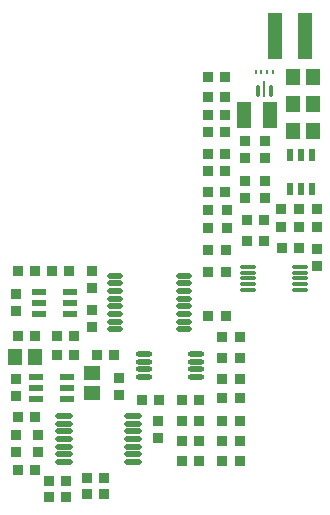
<source format=gtp>
G04*
G04 #@! TF.GenerationSoftware,Altium Limited,Altium Designer,23.0.1 (38)*
G04*
G04 Layer_Color=8421504*
%FSLAX25Y25*%
%MOIN*%
G70*
G04*
G04 #@! TF.SameCoordinates,C4E3482C-EC36-4988-95D7-60F58037128F*
G04*
G04*
G04 #@! TF.FilePolarity,Positive*
G04*
G01*
G75*
%ADD18R,0.03740X0.03543*%
%ADD19R,0.03543X0.03740*%
%ADD20R,0.04724X0.15748*%
%ADD21O,0.05512X0.01772*%
%ADD22O,0.05315X0.01772*%
%ADD23R,0.04803X0.02441*%
%ADD24R,0.05512X0.04724*%
%ADD25R,0.04724X0.05512*%
%ADD26O,0.05906X0.01772*%
%ADD27O,0.05709X0.01181*%
%ADD28R,0.02362X0.04134*%
%ADD29R,0.04842X0.08740*%
%ADD30O,0.01378X0.04528*%
%ADD31O,0.00787X0.05709*%
%ADD32O,0.00984X0.01772*%
D18*
X41354Y-161500D02*
D03*
X35646D02*
D03*
X28854Y-162500D02*
D03*
X23146D02*
D03*
X67387Y-137000D02*
D03*
X73095D02*
D03*
Y-150500D02*
D03*
X67387D02*
D03*
Y-143750D02*
D03*
X73095D02*
D03*
X39146Y-115000D02*
D03*
X44854D02*
D03*
X80870Y-150500D02*
D03*
X86579D02*
D03*
Y-143750D02*
D03*
X80870D02*
D03*
Y-137000D02*
D03*
X86579D02*
D03*
X80870Y-129500D02*
D03*
X86579D02*
D03*
Y-123000D02*
D03*
X80870D02*
D03*
Y-116000D02*
D03*
X86579D02*
D03*
Y-109000D02*
D03*
X80870D02*
D03*
X76189Y-80000D02*
D03*
X81898D02*
D03*
X76189Y-87387D02*
D03*
X81898D02*
D03*
X76189Y-102162D02*
D03*
X81898D02*
D03*
X59741Y-130102D02*
D03*
X54032D02*
D03*
X67387D02*
D03*
X73095D02*
D03*
X18422Y-108602D02*
D03*
X12713D02*
D03*
X25646D02*
D03*
X31354D02*
D03*
X18422Y-87102D02*
D03*
X12713D02*
D03*
X25646Y-115000D02*
D03*
X31354D02*
D03*
X24032Y-87102D02*
D03*
X29741D02*
D03*
X18422Y-153500D02*
D03*
X12713D02*
D03*
X18422Y-135662D02*
D03*
X12713D02*
D03*
X23146Y-157000D02*
D03*
X28854D02*
D03*
X41354Y-156000D02*
D03*
X35646D02*
D03*
X100646Y-79500D02*
D03*
X106354D02*
D03*
X89146Y-77000D02*
D03*
X94854D02*
D03*
X89146Y-70000D02*
D03*
X94854D02*
D03*
X76146Y-22500D02*
D03*
X81855D02*
D03*
Y-29000D02*
D03*
X76146D02*
D03*
X76146Y-60716D02*
D03*
X81855D02*
D03*
D19*
X19230Y-147516D02*
D03*
Y-141807D02*
D03*
X59500Y-142854D02*
D03*
Y-137146D02*
D03*
X37500Y-100146D02*
D03*
Y-105854D02*
D03*
Y-92854D02*
D03*
Y-87146D02*
D03*
X12000Y-100354D02*
D03*
Y-94646D02*
D03*
X46500Y-122646D02*
D03*
Y-128354D02*
D03*
X12000Y-141807D02*
D03*
Y-147516D02*
D03*
Y-128854D02*
D03*
Y-123146D02*
D03*
X112500Y-79646D02*
D03*
Y-85354D02*
D03*
X76000Y-53854D02*
D03*
Y-48146D02*
D03*
X81846Y-53854D02*
D03*
Y-48146D02*
D03*
X88500Y-62854D02*
D03*
Y-57146D02*
D03*
X88500Y-43791D02*
D03*
Y-49500D02*
D03*
X95000Y-43791D02*
D03*
Y-49500D02*
D03*
X95000Y-62854D02*
D03*
Y-57145D02*
D03*
X76000Y-40854D02*
D03*
Y-35145D02*
D03*
X81846Y-40854D02*
D03*
Y-35146D02*
D03*
X112500Y-66500D02*
D03*
Y-72209D02*
D03*
X106500Y-66500D02*
D03*
Y-72209D02*
D03*
X100500D02*
D03*
Y-66500D02*
D03*
X76000Y-72570D02*
D03*
Y-66861D02*
D03*
X82335Y-72570D02*
D03*
Y-66861D02*
D03*
D20*
X98268Y-8661D02*
D03*
X108268D02*
D03*
D21*
X72161Y-122338D02*
D03*
Y-119779D02*
D03*
Y-117220D02*
D03*
Y-114661D02*
D03*
X54839Y-122338D02*
D03*
Y-119779D02*
D03*
Y-117220D02*
D03*
Y-114661D02*
D03*
D22*
X44984Y-88543D02*
D03*
Y-91102D02*
D03*
Y-93661D02*
D03*
Y-96220D02*
D03*
Y-98779D02*
D03*
Y-101338D02*
D03*
Y-103897D02*
D03*
Y-106456D02*
D03*
X68016Y-88543D02*
D03*
Y-91102D02*
D03*
Y-93661D02*
D03*
Y-96220D02*
D03*
Y-98779D02*
D03*
Y-101338D02*
D03*
Y-103897D02*
D03*
Y-106456D02*
D03*
D23*
X19729Y-93862D02*
D03*
Y-97602D02*
D03*
Y-101343D02*
D03*
X30044D02*
D03*
Y-97602D02*
D03*
Y-93862D02*
D03*
X18843Y-122260D02*
D03*
Y-126000D02*
D03*
Y-129740D02*
D03*
X29157D02*
D03*
Y-126000D02*
D03*
Y-122260D02*
D03*
D24*
X37500Y-121153D02*
D03*
Y-127846D02*
D03*
D25*
X18387Y-115602D02*
D03*
X11694D02*
D03*
X111193Y-22500D02*
D03*
X104500D02*
D03*
Y-31500D02*
D03*
X111193D02*
D03*
X104500Y-40500D02*
D03*
X111193D02*
D03*
D26*
X50917Y-150677D02*
D03*
Y-148118D02*
D03*
Y-145559D02*
D03*
Y-143000D02*
D03*
Y-140441D02*
D03*
Y-137882D02*
D03*
Y-135323D02*
D03*
X28083Y-150677D02*
D03*
Y-148118D02*
D03*
Y-145559D02*
D03*
Y-143000D02*
D03*
Y-140441D02*
D03*
Y-137882D02*
D03*
Y-135323D02*
D03*
D27*
X89339Y-85563D02*
D03*
Y-87531D02*
D03*
Y-89500D02*
D03*
Y-91469D02*
D03*
Y-93437D02*
D03*
X106661Y-85563D02*
D03*
Y-87531D02*
D03*
Y-89500D02*
D03*
Y-91469D02*
D03*
Y-93437D02*
D03*
D28*
X110740Y-48390D02*
D03*
X107000D02*
D03*
X103260D02*
D03*
Y-59610D02*
D03*
X107000D02*
D03*
X110740D02*
D03*
D29*
X96618Y-35000D02*
D03*
X88075D02*
D03*
D30*
X92681Y-26862D02*
D03*
X97012D02*
D03*
D31*
X94846Y-26272D02*
D03*
D32*
X91894Y-20563D02*
D03*
X93862D02*
D03*
X95831D02*
D03*
X97799D02*
D03*
M02*

</source>
